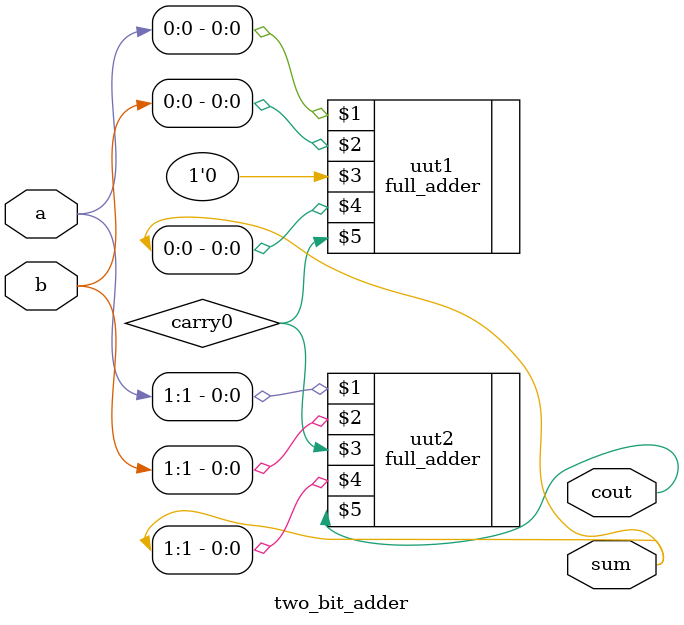
<source format=v>
`timescale 1ns / 1ps
module two_bit_adder(a,b,cout,sum);
input [1:0]a,b;
output [1:0]sum;
output cout;

wire [1:0]sum;
wire cout;
wire carry0;

full_adder uut1 (a[0],b[0],1'b0,sum[0],carry0);
full_adder uut2 (a[1],b[1],carry0,sum[1],cout);

endmodule


</source>
